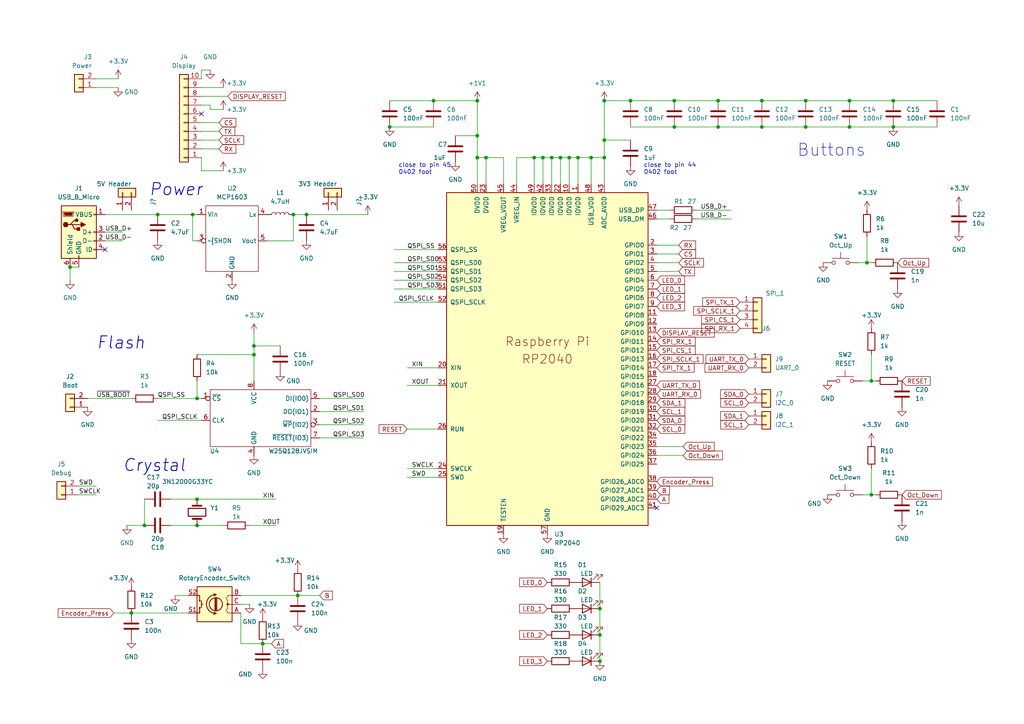
<source format=kicad_sch>
(kicad_sch (version 20211123) (generator eeschema)
  (paper "A4")
  (lib_symbols
    (symbol "Connector:USB_B_Micro" (pin_names (offset 1.016))
      (property "Reference" "J" (at -5.08 11.43 0))
      (property "Value" "USB_B_Micro" (at -5.08 8.89 0))
      (symbol "USB_B_Micro_1_1"
        (pin power_out line (at 7.62 5.08 180) (length 2.54) (name "VBUS") (number "1"))
        (pin bidirectional line (at 7.62 -2.54 180) (length 2.54) (name "D-") (number "2"))
        (pin bidirectional line (at 7.62 0 180) (length 2.54) (name "D+") (number "3"))
        (pin passive line (at 7.62 -5.08 180) (length 2.54) (name "ID") (number "4"))
        (pin power_out line (at 0 -10.16 90) (length 2.54) (name "GND") (number "5"))
        (pin passive line (at -2.54 -10.16 90) (length 2.54) (name "Shield") (number "6"))
      )
    )
    (symbol "Connector_Generic:Conn_01x02" (pin_names (offset 1.016) hide)
      (property "Reference" "J" (at 0 2.54 0))
      (property "Value" "Conn_01x02" (at 0 -5.08 0))
      (symbol "Conn_01x02_1_1"
        (pin passive line (at -5.08 0 0) (length 3.81) (name "Pin_1") (number "1"))
        (pin passive line (at -5.08 -2.54 0) (length 3.81) (name "Pin_2") (number "2"))
      )
    )
    (symbol "Connector_Generic:Conn_01x04" (pin_names (offset 1.016) hide)
      (property "Reference" "J" (at 0 5.08 0))
      (property "Value" "Conn_01x04" (at 0 -7.62 0))
      (symbol "Conn_01x04_1_1"
        (pin passive line (at -5.08 2.54 0) (length 3.81) (name "Pin_1") (number "1"))
        (pin passive line (at -5.08 0 0) (length 3.81) (name "Pin_2") (number "2"))
        (pin passive line (at -5.08 -2.54 0) (length 3.81) (name "Pin_3") (number "3"))
        (pin passive line (at -5.08 -5.08 0) (length 3.81) (name "Pin_4") (number "4"))
      )
    )
    (symbol "Connector_Generic:Conn_01x10" (pin_names (offset 1.016) hide)
      (property "Reference" "J" (at 0 12.7 0))
      (property "Value" "Conn_01x10" (at 0 -15.24 0))
      (symbol "Conn_01x10_1_1"
        (pin passive line (at -5.08 10.16 0) (length 3.81) (name "Pin_1") (number "1"))
        (pin passive line (at -5.08 -12.7 0) (length 3.81) (name "Pin_10") (number "10"))
        (pin passive line (at -5.08 7.62 0) (length 3.81) (name "Pin_2") (number "2"))
        (pin passive line (at -5.08 5.08 0) (length 3.81) (name "Pin_3") (number "3"))
        (pin passive line (at -5.08 2.54 0) (length 3.81) (name "Pin_4") (number "4"))
        (pin passive line (at -5.08 0 0) (length 3.81) (name "Pin_5") (number "5"))
        (pin passive line (at -5.08 -2.54 0) (length 3.81) (name "Pin_6") (number "6"))
        (pin passive line (at -5.08 -5.08 0) (length 3.81) (name "Pin_7") (number "7"))
        (pin passive line (at -5.08 -7.62 0) (length 3.81) (name "Pin_8") (number "8"))
        (pin passive line (at -5.08 -10.16 0) (length 3.81) (name "Pin_9") (number "9"))
      )
    )
    (symbol "Device:C" (pin_numbers hide) (pin_names (offset 0.254))
      (property "Reference" "C" (at 0.635 2.54 0))
      (property "Value" "C" (at 0.635 -2.54 0))
      (symbol "C_1_1"
        (pin passive line (at 0 3.81 270) (length 2.794) (name "~") (number "1"))
        (pin passive line (at 0 -3.81 90) (length 2.794) (name "~") (number "2"))
      )
    )
    (symbol "Device:Crystal" (pin_numbers hide) (pin_names (offset 1.016) hide)
      (property "Reference" "Y" (at 0 3.81 0))
      (property "Value" "Crystal" (at 0 -3.81 0))
      (symbol "Crystal_1_1"
        (pin passive line (at -3.81 0 0) (length 1.27) (name "1") (number "1"))
        (pin passive line (at 3.81 0 180) (length 1.27) (name "2") (number "2"))
      )
    )
    (symbol "Device:L" (pin_numbers hide) (pin_names (offset 1.016) hide)
      (property "Reference" "L" (at -1.27 0 90))
      (property "Value" "L" (at 1.905 0 90))
      (symbol "L_1_1"
        (pin passive line (at 0 3.81 270) (length 1.27) (name "1") (number "1"))
        (pin passive line (at 0 -3.81 90) (length 1.27) (name "2") (number "2"))
      )
    )
    (symbol "Device:LED" (pin_numbers hide) (pin_names (offset 1.016) hide)
      (property "Reference" "D" (at 0 2.54 0))
      (property "Value" "LED" (at 0 -2.54 0))
      (symbol "LED_1_1"
        (pin passive line (at -3.81 0 0) (length 2.54) (name "K") (number "1"))
        (pin passive line (at 3.81 0 180) (length 2.54) (name "A") (number "2"))
      )
    )
    (symbol "Device:R" (pin_numbers hide) (pin_names (offset 0))
      (property "Reference" "R" (at 2.032 0 90))
      (property "Value" "R" (at 0 0 90))
      (symbol "R_1_1"
        (pin passive line (at 0 3.81 270) (length 1.27) (name "~") (number "1"))
        (pin passive line (at 0 -3.81 90) (length 1.27) (name "~") (number "2"))
      )
    )
    (symbol "Device:RotaryEncoder_Switch" (pin_names (offset 0.254) hide)
      (property "Reference" "SW" (at 0 6.604 0))
      (property "Value" "RotaryEncoder_Switch" (at 0 -6.604 0))
      (symbol "RotaryEncoder_Switch_1_1"
        (pin passive line (at -7.62 2.54 0) (length 2.54) (name "A") (number "A"))
        (pin passive line (at -7.62 -2.54 0) (length 2.54) (name "B") (number "B"))
        (pin passive line (at -7.62 0 0) (length 2.54) (name "C") (number "C"))
        (pin passive line (at 7.62 2.54 180) (length 2.54) (name "S1") (number "S1"))
        (pin passive line (at 7.62 -2.54 180) (length 2.54) (name "S2") (number "S2"))
      )
    )
    (symbol "Switch:SW_Push" (pin_numbers hide) (pin_names (offset 1.016) hide)
      (property "Reference" "SW" (at 1.27 2.54 0))
      (property "Value" "SW_Push" (at 0 -1.524 0))
      (symbol "SW_Push_0_1"
        (pin passive line (at -5.08 0 0) (length 2.54) (name "1") (number "1"))
        (pin passive line (at 5.08 0 180) (length 2.54) (name "2") (number "2"))
      )
    )
    (symbol "ece_capstone:MCP1603"
      (property "Reference" "U2" (at 0 15.24 0))
      (property "Value" "MCP1603" (at 0 12.7 0))
      (symbol "MCP1603_1_1"
        (pin input line (at -10.16 7.62 0) (length 2.54) (name "Vin") (number "1"))
        (pin bidirectional line (at 0 -11.43 90) (length 2.54) (name "GND") (number "2"))
        (pin input inverted (at -10.16 0 0) (length 2.54) (name "~{SHDN") (number "3"))
        (pin output line (at 10.16 7.62 180) (length 2.54) (name "Lx") (number "4"))
        (pin output line (at 10.16 0 180) (length 2.54) (name "Vout") (number "5"))
      )
    )
    (symbol "ece_capstone:RP2040" (pin_names (offset 1.016))
      (property "Reference" "U" (at -29.21 49.53 0))
      (property "Value" "RP2040" (at 24.13 -49.53 0))
      (symbol "RP2040_0_0"
        (text "Raspberry Pi" (at 0 5.08 0) (effects (font (size 2.54 2.54))))
        (text "RP2040" (at 0 0 0) (effects (font (size 2.54 2.54))))
      )
      (symbol "RP2040_1_1"
        (pin power_in line (at 8.89 50.8 270) (length 2.54) (name "IOVDD") (number "1"))
        (pin power_in line (at 6.35 50.8 270) (length 2.54) (name "IOVDD") (number "10"))
        (pin bidirectional line (at 31.75 12.7 180) (length 2.54) (name "GPIO8") (number "11"))
        (pin bidirectional line (at 31.75 10.16 180) (length 2.54) (name "GPIO9") (number "12"))
        (pin bidirectional line (at 31.75 7.62 180) (length 2.54) (name "GPIO10") (number "13"))
        (pin bidirectional line (at 31.75 5.08 180) (length 2.54) (name "GPIO11") (number "14"))
        (pin bidirectional line (at 31.75 2.54 180) (length 2.54) (name "GPIO12") (number "15"))
        (pin bidirectional line (at 31.75 0 180) (length 2.54) (name "GPIO13") (number "16"))
        (pin bidirectional line (at 31.75 -2.54 180) (length 2.54) (name "GPIO14") (number "17"))
        (pin bidirectional line (at 31.75 -5.08 180) (length 2.54) (name "GPIO15") (number "18"))
        (pin passive line (at -12.7 -50.8 90) (length 2.54) (name "TESTEN") (number "19"))
        (pin bidirectional line (at 31.75 33.02 180) (length 2.54) (name "GPIO0") (number "2"))
        (pin input line (at -31.75 -2.54 0) (length 2.54) (name "XIN") (number "20"))
        (pin passive line (at -31.75 -7.62 0) (length 2.54) (name "XOUT") (number "21"))
        (pin power_in line (at 3.81 50.8 270) (length 2.54) (name "IOVDD") (number "22"))
        (pin power_in line (at -17.78 50.8 270) (length 2.54) (name "DVDD") (number "23"))
        (pin output line (at -31.75 -31.75 0) (length 2.54) (name "SWCLK") (number "24"))
        (pin bidirectional line (at -31.75 -34.29 0) (length 2.54) (name "SWD") (number "25"))
        (pin input line (at -31.75 -20.32 0) (length 2.54) (name "RUN") (number "26"))
        (pin bidirectional line (at 31.75 -7.62 180) (length 2.54) (name "GPIO16") (number "27"))
        (pin bidirectional line (at 31.75 -10.16 180) (length 2.54) (name "GPIO17") (number "28"))
        (pin bidirectional line (at 31.75 -12.7 180) (length 2.54) (name "GPIO18") (number "29"))
        (pin bidirectional line (at 31.75 30.48 180) (length 2.54) (name "GPIO1") (number "3"))
        (pin bidirectional line (at 31.75 -15.24 180) (length 2.54) (name "GPIO19") (number "30"))
        (pin bidirectional line (at 31.75 -17.78 180) (length 2.54) (name "GPIO20") (number "31"))
        (pin bidirectional line (at 31.75 -20.32 180) (length 2.54) (name "GPIO21") (number "32"))
        (pin power_in line (at 1.27 50.8 270) (length 2.54) (name "IOVDD") (number "33"))
        (pin bidirectional line (at 31.75 -22.86 180) (length 2.54) (name "GPIO22") (number "34"))
        (pin bidirectional line (at 31.75 -25.4 180) (length 2.54) (name "GPIO23") (number "35"))
        (pin bidirectional line (at 31.75 -27.94 180) (length 2.54) (name "GPIO24") (number "36"))
        (pin bidirectional line (at 31.75 -30.48 180) (length 2.54) (name "GPIO25") (number "37"))
        (pin bidirectional line (at 31.75 -35.56 180) (length 2.54) (name "GPIO26_ADC0") (number "38"))
        (pin bidirectional line (at 31.75 -38.1 180) (length 2.54) (name "GPIO27_ADC1") (number "39"))
        (pin bidirectional line (at 31.75 27.94 180) (length 2.54) (name "GPIO2") (number "4"))
        (pin bidirectional line (at 31.75 -40.64 180) (length 2.54) (name "GPIO28_ADC2") (number "40"))
        (pin bidirectional line (at 31.75 -43.18 180) (length 2.54) (name "GPIO29_ADC3") (number "41"))
        (pin power_in line (at -1.27 50.8 270) (length 2.54) (name "IOVDD") (number "42"))
        (pin power_in line (at 16.51 50.8 270) (length 2.54) (name "ADC_AVDD") (number "43"))
        (pin power_in line (at -8.89 50.8 270) (length 2.54) (name "VREG_IN") (number "44"))
        (pin power_out line (at -12.7 50.8 270) (length 2.54) (name "VREG_VOUT") (number "45"))
        (pin bidirectional line (at 31.75 40.64 180) (length 2.54) (name "USB_DM") (number "46"))
        (pin bidirectional line (at 31.75 43.18 180) (length 2.54) (name "USB_DP") (number "47"))
        (pin power_in line (at 12.7 50.8 270) (length 2.54) (name "USB_VDD") (number "48"))
        (pin power_in line (at -3.81 50.8 270) (length 2.54) (name "IOVDD") (number "49"))
        (pin bidirectional line (at 31.75 25.4 180) (length 2.54) (name "GPIO3") (number "5"))
        (pin power_in line (at -20.32 50.8 270) (length 2.54) (name "DVDD") (number "50"))
        (pin bidirectional line (at -31.75 20.32 0) (length 2.54) (name "QSPI_SD3") (number "51"))
        (pin output line (at -31.75 16.51 0) (length 2.54) (name "QSPI_SCLK") (number "52"))
        (pin bidirectional line (at -31.75 27.94 0) (length 2.54) (name "QSPI_SD0") (number "53"))
        (pin bidirectional line (at -31.75 22.86 0) (length 2.54) (name "QSPI_SD2") (number "54"))
        (pin bidirectional line (at -31.75 25.4 0) (length 2.54) (name "QSPI_SD1") (number "55"))
        (pin bidirectional line (at -31.75 31.75 0) (length 2.54) (name "QSPI_SS") (number "56"))
        (pin power_in line (at 0 -50.8 90) (length 2.54) (name "GND") (number "57"))
        (pin bidirectional line (at 31.75 22.86 180) (length 2.54) (name "GPIO4") (number "6"))
        (pin bidirectional line (at 31.75 20.32 180) (length 2.54) (name "GPIO5") (number "7"))
        (pin bidirectional line (at 31.75 17.78 180) (length 2.54) (name "GPIO6") (number "8"))
        (pin bidirectional line (at 31.75 15.24 180) (length 2.54) (name "GPIO7") (number "9"))
      )
    )
    (symbol "ece_capstone:W25Q128JVSIM"
      (property "Reference" "U?" (at 7.62 20.32 0))
      (property "Value" "W25Q128JVSIM" (at 13.97 17.78 0))
      (symbol "W25Q128JVSIM_1_1"
        (pin input inverted (at -15.24 10.16 0) (length 2.54) (name "~{CS}") (number "1"))
        (pin bidirectional line (at 19.05 6.35 180) (length 2.54) (name "DO(IO1)") (number "2"))
        (pin bidirectional inverted (at 19.05 2.54 180) (length 2.54) (name "~{WP}(IO2)") (number "3"))
        (pin power_in line (at 0 -6.35 90) (length 2.54) (name "GND") (number "4"))
        (pin bidirectional line (at 19.05 10.16 180) (length 2.54) (name "DI(IO0)") (number "5"))
        (pin input line (at -15.24 3.81 0) (length 2.54) (name "CLK") (number "6"))
        (pin bidirectional line (at 19.05 -1.27 180) (length 2.54) (name "~{RESET}(IO3)") (number "7"))
        (pin power_in line (at 0 15.24 270) (length 2.54) (name "VCC") (number "8"))
      )
    )
    (symbol "power:+1V1" (power) (pin_names (offset 0))
      (property "Value" "+1V1" (at 0 3.556 0))
      (symbol "+1V1_1_1"
        (pin power_in line (at 0 0 90) (length 0) hide (name "+1V1") (number "1"))
      )
    )
    (symbol "power:+3.3V" (power) (pin_names (offset 0))
      (property "Value" "+3.3V" (at 0 3.556 0))
      (symbol "+3.3V_1_1"
        (pin power_in line (at 0 0 90) (length 0) hide (name "+3.3V") (number "1"))
      )
    )
    (symbol "power:GND" (power) (pin_names (offset 0))
      (property "Value" "GND" (at 0 -3.81 0))
      (symbol "GND_1_1"
        (pin power_in line (at 0 0 270) (length 0) hide (name "GND") (number "1"))
      )
    )
  )
  (junction (at 140.97 45.72))
  (junction (at 251.46 76.2))
  (junction (at 57.15 115.57))
  (junction (at 195.58 29.21))
  (junction (at 233.68 29.21))
  (junction (at 171.45 45.72))
  (junction (at 182.88 29.21))
  (junction (at 113.03 36.83))
  (junction (at 259.08 36.83))
  (junction (at 165.1 45.72))
  (junction (at 57.15 144.78))
  (junction (at 259.08 29.21))
  (junction (at 41.91 152.4))
  (junction (at 138.43 45.72))
  (junction (at 167.64 45.72))
  (junction (at 220.98 36.83))
  (junction (at 157.48 45.72))
  (junction (at 86.36 172.72))
  (junction (at 20.32 77.47))
  (junction (at 76.2 186.69))
  (junction (at 160.02 45.72))
  (junction (at 252.73 143.51))
  (junction (at 252.73 110.49))
  (junction (at 57.15 152.4))
  (junction (at 246.38 29.21))
  (junction (at 125.73 29.21))
  (junction (at 138.43 39.37))
  (junction (at 175.26 29.21))
  (junction (at 88.9 62.23))
  (junction (at 246.38 36.83))
  (junction (at 195.58 36.83))
  (junction (at 208.28 36.83))
  (junction (at 55.88 62.23))
  (junction (at 73.66 102.87))
  (junction (at 73.66 100.33))
  (junction (at 38.1 177.8))
  (junction (at 220.98 29.21))
  (junction (at 175.26 40.64))
  (junction (at 173.99 191.77))
  (junction (at 45.72 62.23))
  (junction (at 85.09 62.23))
  (junction (at 233.68 36.83))
  (junction (at 173.99 176.53))
  (junction (at 208.28 29.21))
  (junction (at 173.99 184.15))
  (junction (at 138.43 29.21))
  (junction (at 154.94 45.72))
  (junction (at 162.56 45.72))
  (junction (at 175.26 45.72))
  (no_connect (at 30.48 72.39))
  (no_connect (at 58.42 33.02))
  (no_connect (at 190.5 147.32))
  (wire (pts (xy 149.86 53.34) (xy 149.86 45.72)))
  (wire (pts (xy 208.28 29.21) (xy 220.98 29.21)))
  (wire (pts (xy 50.8 172.72) (xy 54.61 172.72)))
  (wire (pts (xy 125.73 29.21) (xy 138.43 29.21)))
  (wire (pts (xy 254 110.49) (xy 252.73 110.49)))
  (wire (pts (xy 165.1 45.72) (xy 165.1 53.34)))
  (wire (pts (xy 259.08 29.21) (xy 271.78 29.21)))
  (wire (pts (xy 157.48 45.72) (xy 157.48 53.34)))
  (wire (pts (xy 45.72 62.23) (xy 55.88 62.23)))
  (wire (pts (xy 34.29 22.86) (xy 27.94 22.86)))
  (wire (pts (xy 57.15 144.78) (xy 80.01 144.78)))
  (wire (pts (xy 63.5 43.18) (xy 58.42 43.18)))
  (wire (pts (xy 171.45 45.72) (xy 171.45 53.34)))
  (wire (pts (xy 58.42 25.4) (xy 64.77 25.4)))
  (wire (pts (xy 138.43 29.21) (xy 138.43 39.37)))
  (wire (pts (xy 92.71 119.38) (xy 105.41 119.38)))
  (wire (pts (xy 88.9 62.23) (xy 106.68 62.23)))
  (wire (pts (xy 86.36 172.72) (xy 92.71 172.72)))
  (wire (pts (xy 45.72 115.57) (xy 57.15 115.57)))
  (wire (pts (xy 196.85 73.66) (xy 190.5 73.66)))
  (wire (pts (xy 154.94 45.72) (xy 157.48 45.72)))
  (wire (pts (xy 160.02 45.72) (xy 160.02 53.34)))
  (wire (pts (xy 182.88 29.21) (xy 195.58 29.21)))
  (wire (pts (xy 118.11 124.46) (xy 127 124.46)))
  (wire (pts (xy 49.53 144.78) (xy 57.15 144.78)))
  (wire (pts (xy 118.11 111.76) (xy 127 111.76)))
  (wire (pts (xy 118.11 138.43) (xy 127 138.43)))
  (wire (pts (xy 138.43 45.72) (xy 138.43 53.34)))
  (wire (pts (xy 113.03 29.21) (xy 125.73 29.21)))
  (wire (pts (xy 69.85 177.8) (xy 69.85 186.69)))
  (wire (pts (xy 55.88 62.23) (xy 57.15 62.23)))
  (wire (pts (xy 233.68 36.83) (xy 246.38 36.83)))
  (wire (pts (xy 175.26 29.21) (xy 175.26 40.64)))
  (wire (pts (xy 252.73 102.87) (xy 252.73 110.49)))
  (wire (pts (xy 195.58 29.21) (xy 208.28 29.21)))
  (wire (pts (xy 138.43 45.72) (xy 140.97 45.72)))
  (wire (pts (xy 196.85 78.74) (xy 190.5 78.74)))
  (wire (pts (xy 201.93 60.96) (xy 212.09 60.96)))
  (wire (pts (xy 64.77 31.75) (xy 60.96 31.75)))
  (wire (pts (xy 55.88 69.85) (xy 57.15 69.85)))
  (wire (pts (xy 190.5 63.5) (xy 194.31 63.5)))
  (wire (pts (xy 165.1 45.72) (xy 167.64 45.72)))
  (wire (pts (xy 171.45 45.72) (xy 175.26 45.72)))
  (wire (pts (xy 252.73 135.89) (xy 252.73 143.51)))
  (wire (pts (xy 251.46 68.58) (xy 251.46 76.2)))
  (wire (pts (xy 58.42 40.64) (xy 63.5 40.64)))
  (wire (pts (xy 57.15 115.57) (xy 58.42 115.57)))
  (wire (pts (xy 167.64 45.72) (xy 167.64 53.34)))
  (wire (pts (xy 140.97 45.72) (xy 146.05 45.72)))
  (wire (pts (xy 220.98 36.83) (xy 233.68 36.83)))
  (wire (pts (xy 49.53 152.4) (xy 57.15 152.4)))
  (wire (pts (xy 30.48 67.31) (xy 35.56 67.31)))
  (wire (pts (xy 38.1 177.8) (xy 54.61 177.8)))
  (wire (pts (xy 114.3 83.82) (xy 127 83.82)))
  (wire (pts (xy 246.38 36.83) (xy 259.08 36.83)))
  (wire (pts (xy 175.26 40.64) (xy 182.88 40.64)))
  (wire (pts (xy 254 143.51) (xy 252.73 143.51)))
  (wire (pts (xy 92.71 123.19) (xy 105.41 123.19)))
  (wire (pts (xy 25.4 115.57) (xy 38.1 115.57)))
  (wire (pts (xy 201.93 63.5) (xy 212.09 63.5)))
  (wire (pts (xy 149.86 45.72) (xy 154.94 45.72)))
  (wire (pts (xy 76.2 186.69) (xy 78.74 186.69)))
  (wire (pts (xy 58.42 20.32) (xy 60.96 20.32)))
  (wire (pts (xy 114.3 87.63) (xy 127 87.63)))
  (wire (pts (xy 30.48 62.23) (xy 45.72 62.23)))
  (wire (pts (xy 140.97 45.72) (xy 140.97 53.34)))
  (wire (pts (xy 57.15 110.49) (xy 57.15 115.57)))
  (wire (pts (xy 190.5 60.96) (xy 194.31 60.96)))
  (wire (pts (xy 146.05 53.34) (xy 146.05 45.72)))
  (wire (pts (xy 114.3 72.39) (xy 127 72.39)))
  (wire (pts (xy 167.64 45.72) (xy 171.45 45.72)))
  (wire (pts (xy 72.39 152.4) (xy 80.01 152.4)))
  (wire (pts (xy 58.42 22.86) (xy 58.42 20.32)))
  (wire (pts (xy 118.11 135.89) (xy 127 135.89)))
  (wire (pts (xy 182.88 36.83) (xy 195.58 36.83)))
  (wire (pts (xy 114.3 78.74) (xy 127 78.74)))
  (wire (pts (xy 114.3 76.2) (xy 127 76.2)))
  (wire (pts (xy 173.99 176.53) (xy 173.99 184.15)))
  (wire (pts (xy 73.66 100.33) (xy 81.28 100.33)))
  (wire (pts (xy 73.66 102.87) (xy 73.66 110.49)))
  (wire (pts (xy 20.32 77.47) (xy 20.32 81.28)))
  (wire (pts (xy 45.72 121.92) (xy 58.42 121.92)))
  (wire (pts (xy 190.5 129.54) (xy 198.12 129.54)))
  (wire (pts (xy 69.85 175.26) (xy 72.39 175.26)))
  (wire (pts (xy 162.56 45.72) (xy 165.1 45.72)))
  (wire (pts (xy 251.46 76.2) (xy 248.92 76.2)))
  (wire (pts (xy 85.09 62.23) (xy 88.9 62.23)))
  (wire (pts (xy 22.86 140.97) (xy 27.94 140.97)))
  (wire (pts (xy 157.48 45.72) (xy 160.02 45.72)))
  (wire (pts (xy 22.86 143.51) (xy 27.94 143.51)))
  (wire (pts (xy 132.08 39.37) (xy 138.43 39.37)))
  (wire (pts (xy 57.15 102.87) (xy 73.66 102.87)))
  (wire (pts (xy 160.02 45.72) (xy 162.56 45.72)))
  (wire (pts (xy 175.26 45.72) (xy 175.26 53.34)))
  (wire (pts (xy 34.29 25.4) (xy 27.94 25.4)))
  (wire (pts (xy 57.15 152.4) (xy 64.77 152.4)))
  (wire (pts (xy 55.88 62.23) (xy 55.88 69.85)))
  (wire (pts (xy 92.71 127) (xy 105.41 127)))
  (wire (pts (xy 85.09 69.85) (xy 77.47 69.85)))
  (wire (pts (xy 182.88 29.21) (xy 175.26 29.21)))
  (wire (pts (xy 73.66 100.33) (xy 73.66 102.87)))
  (wire (pts (xy 85.09 62.23) (xy 85.09 69.85)))
  (wire (pts (xy 220.98 29.21) (xy 233.68 29.21)))
  (wire (pts (xy 60.96 30.48) (xy 58.42 30.48)))
  (wire (pts (xy 246.38 29.21) (xy 259.08 29.21)))
  (wire (pts (xy 196.85 76.2) (xy 190.5 76.2)))
  (wire (pts (xy 252.73 110.49) (xy 250.19 110.49)))
  (wire (pts (xy 73.66 96.52) (xy 73.66 100.33)))
  (wire (pts (xy 36.83 152.4) (xy 41.91 152.4)))
  (wire (pts (xy 41.91 144.78) (xy 41.91 152.4)))
  (wire (pts (xy 58.42 45.72) (xy 58.42 49.53)))
  (wire (pts (xy 252.73 143.51) (xy 250.19 143.51)))
  (wire (pts (xy 190.5 132.08) (xy 198.12 132.08)))
  (wire (pts (xy 58.42 49.53) (xy 64.77 49.53)))
  (wire (pts (xy 114.3 81.28) (xy 127 81.28)))
  (wire (pts (xy 113.03 36.83) (xy 125.73 36.83)))
  (wire (pts (xy 196.85 71.12) (xy 190.5 71.12)))
  (wire (pts (xy 30.48 69.85) (xy 35.56 69.85)))
  (wire (pts (xy 118.11 106.68) (xy 127 106.68)))
  (wire (pts (xy 33.02 177.8) (xy 38.1 177.8)))
  (wire (pts (xy 208.28 36.83) (xy 220.98 36.83)))
  (wire (pts (xy 58.42 27.94) (xy 66.04 27.94)))
  (wire (pts (xy 154.94 45.72) (xy 154.94 53.34)))
  (wire (pts (xy 69.85 172.72) (xy 86.36 172.72)))
  (wire (pts (xy 58.42 38.1) (xy 63.5 38.1)))
  (wire (pts (xy 92.71 115.57) (xy 105.41 115.57)))
  (wire (pts (xy 58.42 35.56) (xy 63.5 35.56)))
  (wire (pts (xy 60.96 31.75) (xy 60.96 30.48)))
  (wire (pts (xy 173.99 168.91) (xy 173.99 176.53)))
  (wire (pts (xy 138.43 45.72) (xy 138.43 39.37)))
  (wire (pts (xy 162.56 45.72) (xy 162.56 53.34)))
  (wire (pts (xy 252.73 76.2) (xy 251.46 76.2)))
  (wire (pts (xy 259.08 36.83) (xy 271.78 36.83)))
  (wire (pts (xy 20.32 77.47) (xy 22.86 77.47)))
  (wire (pts (xy 195.58 36.83) (xy 208.28 36.83)))
  (wire (pts (xy 69.85 186.69) (xy 76.2 186.69)))
  (wire (pts (xy 173.99 184.15) (xy 173.99 191.77)))
  (wire (pts (xy 233.68 29.21) (xy 246.38 29.21)))
  (wire (pts (xy 175.26 40.64) (xy 175.26 45.72)))
  (text "Power" (at 43.18 57.15 0) (effects (font (size 3.5 3.5) (thickness 0.254) bold italic) (justify left bottom)))
  (text "Buttons" (at 231.14 45.72 0) (effects (font (size 3.5 3.5)) (justify left bottom)))
  (text "Flash" (at 27.94 101.6 0) (effects (font (size 3.5 3.5) (thickness 0.254) bold italic) (justify left bottom)))
  (text "Crystal" (at 35.56 137.16 0) (effects (font (size 3.5 3.5) (thickness 0.254) bold italic) (justify left bottom)))
  (text "close to pin 44\n0402 foot" (at 186.69 50.8 0) (effects (font (size 1.27 1.27)) (justify left bottom)))
  (text "close to pin 45\n0402 foot" (at 115.57 50.8 0) (effects (font (size 1.27 1.27)) (justify left bottom)))
  (label "USB_D-" (at 203.2 63.5 0))
  (label "USB_D-" (at 30.48 69.85 0))
  (label "QSPI_SD3" (at 118.11 83.82 0))
  (label "XIN" (at 119.38 106.68 0))
  (label "QSPI_SCLK" (at 115.57 87.63 0))
  (label "SWD" (at 22.86 140.97 0))
  (label "USB_D+" (at 203.2 60.96 0))
  (label "QSPI_SS" (at 118.11 72.39 0))
  (label "QSPI_SD0" (at 118.11 76.2 0))
  (label "SWCLK" (at 22.86 143.51 0))
  (label "QSPI_SD3" (at 96.52 127 0))
  (label "QSPI_SD1" (at 118.11 78.74 0))
  (label "SWCLK" (at 119.38 135.89 0))
  (label "QSPI_SCLK" (at 46.99 121.92 0))
  (label "USB_D+" (at 30.48 67.31 0))
  (label "XOUT" (at 119.38 111.76 0))
  (label "~{USB_BOOT}" (at 27.94 115.57 0))
  (label "QSPI_SD2" (at 118.11 81.28 0))
  (label "QSPI_SD0" (at 96.52 115.57 0))
  (label "XIN" (at 76.2 144.78 0))
  (label "XOUT" (at 76.2 152.4 0))
  (label "SWD" (at 119.38 138.43 0))
  (label "QSPI_SD2" (at 96.52 123.19 0))
  (label "QSPI_SS" (at 45.72 115.57 0))
  (label "QSPI_SD1" (at 96.52 119.38 0))
  (global_label "RESET" (shape input) (at 118.11 124.46 180) (property "Intersheet References" "${INTERSHEET_REFS}" (effects hide)))
  (global_label "LED_0" (shape input) (at 190.5 81.28 0) (property "Intersheet References" "${INTERSHEET_REFS}" (effects hide)))
  (global_label "SCL_0" (shape input) (at 190.5 124.46 0) (property "Intersheet References" "${INTERSHEET_REFS}" (effects hide)))
  (global_label "Oct_Up" (shape input) (at 198.12 129.54 0) (property "Intersheet References" "${INTERSHEET_REFS}" (effects hide)))
  (global_label "SPI_SCLK_1" (shape input) (at 214.63 90.17 180) (property "Intersheet References" "${INTERSHEET_REFS}" (effects hide)))
  (global_label "LED_2" (shape input) (at 190.5 86.36 0) (property "Intersheet References" "${INTERSHEET_REFS}" (effects hide)))
  (global_label "LED_2" (shape input) (at 158.75 184.15 180) (property "Intersheet References" "${INTERSHEET_REFS}" (effects hide)))
  (global_label "Encoder_Press" (shape input) (at 190.5 139.7 0) (property "Intersheet References" "${INTERSHEET_REFS}" (effects hide)))
  (global_label "SCL_1" (shape input) (at 190.5 119.38 0) (property "Intersheet References" "${INTERSHEET_REFS}" (effects hide)))
  (global_label "Oct_Up" (shape input) (at 260.35 76.2 0) (property "Intersheet References" "${INTERSHEET_REFS}" (effects hide)))
  (global_label "SPI_CS_1" (shape input) (at 214.63 92.71 180) (property "Intersheet References" "${INTERSHEET_REFS}" (effects hide)))
  (global_label "RX" (shape input) (at 63.5 43.18 0) (property "Intersheet References" "${INTERSHEET_REFS}" (effects hide)))
  (global_label "LED_3" (shape input) (at 158.75 191.77 180) (property "Intersheet References" "${INTERSHEET_REFS}" (effects hide)))
  (global_label "SCL_0" (shape input) (at 217.17 116.84 180) (property "Intersheet References" "${INTERSHEET_REFS}" (effects hide)))
  (global_label "CS" (shape input) (at 196.85 73.66 0) (property "Intersheet References" "${INTERSHEET_REFS}" (effects hide)))
  (global_label "SPI_SCLK_1" (shape input) (at 190.5 104.14 0) (property "Intersheet References" "${INTERSHEET_REFS}" (effects hide)))
  (global_label "LED_1" (shape input) (at 158.75 176.53 180) (property "Intersheet References" "${INTERSHEET_REFS}" (effects hide)))
  (global_label "RESET" (shape input) (at 261.62 110.49 0) (property "Intersheet References" "${INTERSHEET_REFS}" (effects hide)))
  (global_label "SCL_1" (shape input) (at 217.17 123.19 180) (property "Intersheet References" "${INTERSHEET_REFS}" (effects hide)))
  (global_label "Oct_Down" (shape input) (at 261.62 143.51 0) (property "Intersheet References" "${INTERSHEET_REFS}" (effects hide)))
  (global_label "SDA_1" (shape input) (at 217.17 120.65 180) (property "Intersheet References" "${INTERSHEET_REFS}" (effects hide)))
  (global_label "SCLK" (shape input) (at 196.85 76.2 0) (property "Intersheet References" "${INTERSHEET_REFS}" (effects hide)))
  (global_label "SPI_CS_1" (shape input) (at 190.5 101.6 0) (property "Intersheet References" "${INTERSHEET_REFS}" (effects hide)))
  (global_label "DISPLAY_RESET" (shape input) (at 190.5 96.52 0) (property "Intersheet References" "${INTERSHEET_REFS}" (effects hide)))
  (global_label "SDA_0" (shape input) (at 190.5 121.92 0) (property "Intersheet References" "${INTERSHEET_REFS}" (effects hide)))
  (global_label "DISPLAY_RESET" (shape input) (at 66.04 27.94 0) (property "Intersheet References" "${INTERSHEET_REFS}" (effects hide)))
  (global_label "A" (shape input) (at 78.74 186.69 0) (property "Intersheet References" "${INTERSHEET_REFS}" (effects hide)))
  (global_label "Encoder_Press" (shape input) (at 33.02 177.8 180) (property "Intersheet References" "${INTERSHEET_REFS}" (effects hide)))
  (global_label "UART_RX_0" (shape input) (at 190.5 114.3 0) (property "Intersheet References" "${INTERSHEET_REFS}" (effects hide)))
  (global_label "TX" (shape input) (at 63.5 38.1 0) (property "Intersheet References" "${INTERSHEET_REFS}" (effects hide)))
  (global_label "SCLK" (shape input) (at 63.5 40.64 0) (property "Intersheet References" "${INTERSHEET_REFS}" (effects hide)))
  (global_label "B" (shape input) (at 92.71 172.72 0) (property "Intersheet References" "${INTERSHEET_REFS}" (effects hide)))
  (global_label "UART_TX_0" (shape input) (at 217.17 104.14 180) (property "Intersheet References" "${INTERSHEET_REFS}" (effects hide)))
  (global_label "UART_RX_0" (shape input) (at 217.17 106.68 180) (property "Intersheet References" "${INTERSHEET_REFS}" (effects hide)))
  (global_label "SDA_0" (shape input) (at 217.17 114.3 180) (property "Intersheet References" "${INTERSHEET_REFS}" (effects hide)))
  (global_label "SPI_TX_1" (shape input) (at 214.63 87.63 180) (property "Intersheet References" "${INTERSHEET_REFS}" (effects hide)))
  (global_label "TX" (shape input) (at 196.85 78.74 0) (property "Intersheet References" "${INTERSHEET_REFS}" (effects hide)))
  (global_label "A" (shape input) (at 190.5 144.78 0) (property "Intersheet References" "${INTERSHEET_REFS}" (effects hide)))
  (global_label "B" (shape input) (at 190.5 142.24 0) (property "Intersheet References" "${INTERSHEET_REFS}" (effects hide)))
  (global_label "SDA_1" (shape input) (at 190.5 116.84 0) (property "Intersheet References" "${INTERSHEET_REFS}" (effects hide)))
  (global_label "SPI_TX_1" (shape input) (at 190.5 106.68 0) (property "Intersheet References" "${INTERSHEET_REFS}" (effects hide)))
  (global_label "CS" (shape input) (at 63.5 35.56 0) (property "Intersheet References" "${INTERSHEET_REFS}" (effects hide)))
  (global_label "Oct_Down" (shape input) (at 198.12 132.08 0) (property "Intersheet References" "${INTERSHEET_REFS}" (effects hide)))
  (global_label "LED_1" (shape input) (at 190.5 83.82 0) (property "Intersheet References" "${INTERSHEET_REFS}" (effects hide)))
  (global_label "UART_TX_0" (shape input) (at 190.5 111.76 0) (property "Intersheet References" "${INTERSHEET_REFS}" (effects hide)))
  (global_label "LED_3" (shape input) (at 190.5 88.9 0) (property "Intersheet References" "${INTERSHEET_REFS}" (effects hide)))
  (global_label "LED_0" (shape input) (at 158.75 168.91 180) (property "Intersheet References" "${INTERSHEET_REFS}" (effects hide)))
  (global_label "SPI_RX_1" (shape input) (at 214.63 95.25 180) (property "Intersheet References" "${INTERSHEET_REFS}" (effects hide)))
  (global_label "SPI_RX_1" (shape input) (at 190.5 99.06 0) (property "Intersheet References" "${INTERSHEET_REFS}" (effects hide)))
  (global_label "RX" (shape input) (at 196.85 71.12 0) (property "Intersheet References" "${INTERSHEET_REFS}" (effects hide)))
  (symbol (lib_id "power:GND") (at 132.08 46.99 0) (unit 1)
    (property "Reference" "#PWR013" (effects hide))
    (property "Value" "GND" (at 132.08 52.07 0))
  )
  (symbol (lib_id "Device:R") (at 252.73 132.08 0) (unit 1)
    (property "Reference" "R10" (at 255.27 130.8099 0) (effects (justify left)))
    (property "Value" "1k" (at 255.27 133.3499 0) (effects (justify left)))
    (property "Footprint" "Resistor_SMD:R_0603_1608Metric" (effects hide))
  )
  (symbol (lib_id "power:GND") (at 158.75 154.94 0) (unit 1)
    (property "Reference" "#PWR016" (effects hide))
    (property "Value" "GND" (at 158.75 160.02 0))
  )
  (symbol (lib_id "Device:RotaryEncoder_Switch") (at 62.23 175.26 180) (unit 1)
    (property "Reference" "SW4" (at 62.23 165.1 0))
    (property "Value" "RotaryEncoder_Switch" (at 62.23 167.64 0))
    (property "Footprint" "Rotary_Encoder:RotaryEncoder_Alps_EC11E-Switch_Vertical_H20mm" (effects hide))
  )
  (symbol (lib_id "power:+3.3V") (at 252.73 95.25 0) (unit 1)
    (property "Reference" "#PWR027" (effects hide))
    (property "Value" "+3.3V" (at 252.73 91.44 0))
  )
  (symbol (lib_id "power:GND") (at 261.62 151.13 0) (unit 1)
    (property "Reference" "#PWR032" (effects hide))
    (property "Value" "GND" (at 261.62 156.21 0))
  )
  (symbol (lib_id "Device:LED") (at 170.18 191.77 180) (unit 1)
    (property "Reference" "D4" (at 168.91 186.69 0))
    (property "Value" "LED" (at 170.18 189.23 0))
    (property "Footprint" "LED_SMD:LED_0603_1608Metric" (effects hide))
  )
  (symbol (lib_id "Device:R") (at 251.46 64.77 0) (unit 1)
    (property "Reference" "R6" (at 254 63.4999 0) (effects (justify left)))
    (property "Value" "1k" (at 254 66.0399 0) (effects (justify left)))
    (property "Footprint" "Resistor_SMD:R_0603_1608Metric" (effects hide))
  )
  (symbol (lib_id "power:GND") (at 34.29 25.4 0) (unit 1)
    (property "Reference" "#PWR0102" (effects hide))
    (property "Value" "GND" (at 38.1 26.67 0))
  )
  (symbol (lib_id "Device:C") (at 45.72 144.78 90) (unit 1)
    (property "Reference" "C17" (at 44.45 138.43 90))
    (property "Value" "20p" (at 44.45 140.97 90))
    (property "Footprint" "Capacitor_SMD:C_0603_1608Metric" (effects hide))
  )
  (symbol (lib_id "Device:C") (at 45.72 152.4 90) (unit 1)
    (property "Reference" "C18" (at 45.72 158.75 90))
    (property "Value" "20p" (at 45.72 156.21 90))
    (property "Footprint" "Capacitor_SMD:C_0603_1608Metric" (effects hide))
  )
  (symbol (lib_id "Device:R") (at 198.12 60.96 90) (unit 1)
    (property "Reference" "R1" (at 196.85 58.42 90))
    (property "Value" "27" (at 200.66 58.42 90))
    (property "Footprint" "Resistor_SMD:R_0402_1005Metric" (effects hide))
  )
  (symbol (lib_id "power:GND") (at 36.83 152.4 0) (unit 1)
    (property "Reference" "#PWR023" (effects hide))
    (property "Value" "GND" (at 36.83 157.48 0))
  )
  (symbol (lib_id "power:+3.3V") (at 175.26 29.21 0) (unit 1)
    (property "Reference" "#PWR017" (effects hide))
    (property "Value" "+3.3V" (at 175.26 24.13 0))
  )
  (symbol (lib_id "power:+3.3V") (at 252.73 128.27 0) (unit 1)
    (property "Reference" "#PWR031" (effects hide))
    (property "Value" "+3.3V" (at 252.73 123.19 0))
  )
  (symbol (lib_id "power:+1V1") (at 138.43 29.21 0) (unit 1)
    (property "Reference" "#PWR014" (effects hide))
    (property "Value" "+1V1" (at 138.43 24.13 0))
  )
  (symbol (lib_id "power:GND") (at 86.36 180.34 0) (unit 1)
    (property "Reference" "#PWR0105" (effects hide))
    (property "Value" "GND" (at 90.17 182.88 0))
  )
  (symbol (lib_id "ece_capstone:RP2040") (at 158.75 104.14 0) (unit 1)
    (property "Reference" "U3" (at 160.7694 154.94 0) (effects (justify left)))
    (property "Value" "RP2040" (at 160.7694 157.48 0) (effects (justify left)))
    (property "Footprint" "RP2040_minimal:RP2040-QFN-56" (effects hide))
  )
  (symbol (lib_id "power:+3.3V") (at 76.2 179.07 0) (unit 1)
    (property "Reference" "#PWR0109" (effects hide))
    (property "Value" "+3.3V" (at 77.47 175.26 0))
  )
  (symbol (lib_id "Device:C") (at 182.88 33.02 0) (unit 1)
    (property "Reference" "C8" (at 186.69 31.7499 0) (effects (justify left)))
    (property "Value" "100nF" (at 186.69 34.2899 0) (effects (justify left)))
    (property "Footprint" "Capacitor_SMD:C_0402_1005Metric" (effects hide))
  )
  (symbol (lib_id "Device:C") (at 45.72 66.04 0) (unit 1)
    (property "Reference" "C2" (at 49.53 64.7699 0) (effects (justify left)))
    (property "Value" "4.7uF" (at 49.53 67.3099 0) (effects (justify left)))
    (property "Footprint" "Capacitor_SMD:C_0603_1608Metric" (effects hide))
  )
  (symbol (lib_id "Device:C") (at 38.1 181.61 0) (unit 1)
    (property "Reference" "C3" (at 41.91 180.3399 0) (effects (justify left)))
    (property "Value" "100n" (at 41.91 182.8799 0) (effects (justify left)))
    (property "Footprint" "Capacitor_SMD:C_0603_1608Metric" (effects hide))
  )
  (symbol (lib_id "power:GND") (at 113.03 36.83 0) (unit 1)
    (property "Reference" "#PWR012" (effects hide))
    (property "Value" "GND" (at 113.03 41.91 0))
  )
  (symbol (lib_id "power:+3.3V") (at 278.13 59.69 0) (unit 1)
    (property "Reference" "#PWR033" (effects hide))
    (property "Value" "+3.3V" (at 278.13 54.61 0))
  )
  (symbol (lib_id "power:GND") (at 20.32 81.28 0) (unit 1)
    (property "Reference" "#PWR01" (effects hide))
    (property "Value" "GND" (at 20.32 86.36 0))
  )
  (symbol (lib_id "Device:C") (at 246.38 33.02 0) (unit 1)
    (property "Reference" "C14" (at 250.19 31.7499 0) (effects (justify left)))
    (property "Value" "100nF" (at 250.19 34.2899 0) (effects (justify left)))
    (property "Footprint" "Capacitor_SMD:C_0402_1005Metric" (effects hide))
  )
  (symbol (lib_id "Device:C") (at 208.28 33.02 0) (unit 1)
    (property "Reference" "C11" (at 212.09 31.7499 0) (effects (justify left)))
    (property "Value" "100nF" (at 212.09 34.2899 0) (effects (justify left)))
    (property "Footprint" "Capacitor_SMD:C_0402_1005Metric" (effects hide))
  )
  (symbol (lib_id "Device:C") (at 195.58 33.02 0) (unit 1)
    (property "Reference" "C10" (at 199.39 31.7499 0) (effects (justify left)))
    (property "Value" "100nF" (at 199.39 34.2899 0) (effects (justify left)))
    (property "Footprint" "Capacitor_SMD:C_0402_1005Metric" (effects hide))
  )
  (symbol (lib_id "power:GND") (at 45.72 69.85 0) (unit 1)
    (property "Reference" "#PWR05" (effects hide))
    (property "Value" "GND" (at 45.72 74.93 0))
  )
  (symbol (lib_id "Switch:SW_Push") (at 245.11 143.51 0) (unit 1)
    (property "Reference" "SW3" (at 245.11 135.89 0))
    (property "Value" "Oct_Down" (at 245.11 138.43 0))
    (property "Footprint" "Button_Switch_THT:SW_PUSH_6mm" (effects hide))
  )
  (symbol (lib_id "Connector_Generic:Conn_01x02") (at 22.86 25.4 180) (unit 1)
    (property "Reference" "J3" (at 26.67 16.51 0) (effects (justify left)))
    (property "Value" "Power" (at 26.67 19.05 0) (effects (justify left)))
    (property "Footprint" "Connector_PinHeader_2.54mm:PinHeader_1x02_P2.54mm_Horizontal" (effects hide))
  )
  (symbol (lib_id "Device:C") (at 125.73 33.02 0) (unit 1)
    (property "Reference" "C6" (at 129.54 31.7499 0) (effects (justify left)))
    (property "Value" "100nF" (at 129.54 34.2899 0) (effects (justify left)))
    (property "Footprint" "Capacitor_SMD:C_0402_1005Metric" (effects hide))
  )
  (symbol (lib_id "power:GND") (at 38.1 185.42 0) (unit 1)
    (property "Reference" "#PWR0110" (effects hide))
    (property "Value" "GND" (at 38.1 190.5 0))
  )
  (symbol (lib_id "power:+3.3V") (at 73.66 96.52 0) (unit 1)
    (property "Reference" "#PWR020" (effects hide))
    (property "Value" "+3.3V" (at 73.66 91.44 0))
  )
  (symbol (lib_id "Device:R") (at 256.54 76.2 90) (unit 1)
    (property "Reference" "R8" (at 256.54 69.85 90))
    (property "Value" "1k" (at 256.54 72.39 90))
    (property "Footprint" "Resistor_SMD:R_0603_1608Metric" (effects hide))
  )
  (symbol (lib_id "power:GND") (at 67.31 81.28 0) (unit 1)
    (property "Reference" "#PWR08" (effects hide))
    (property "Value" "GND" (at 67.31 86.36 0))
  )
  (symbol (lib_id "power:+3.3V") (at 64.77 49.53 0) (unit 1)
    (property "Reference" "#PWR07" (effects hide))
    (property "Value" "+3.3V" (at 68.58 49.53 0))
  )
  (symbol (lib_id "Device:C") (at 132.08 43.18 0) (unit 1)
    (property "Reference" "C7" (at 127 41.91 0) (effects (justify left)))
    (property "Value" "1uF" (at 125.73 45.72 0) (effects (justify left)))
    (property "Footprint" "Capacitor_SMD:C_0402_1005Metric" (effects hide))
  )
  (symbol (lib_id "power:GND") (at 76.2 194.31 0) (unit 1)
    (property "Reference" "#PWR0108" (effects hide))
    (property "Value" "GND" (at 71.12 195.58 0))
  )
  (symbol (lib_id "Device:C") (at 113.03 33.02 0) (unit 1)
    (property "Reference" "C5" (at 116.84 31.7499 0) (effects (justify left)))
    (property "Value" "100nF" (at 116.84 34.2899 0) (effects (justify left)))
    (property "Footprint" "Capacitor_SMD:C_0402_1005Metric" (effects hide))
  )
  (symbol (lib_id "Connector_Generic:Conn_01x02") (at 222.25 114.3 0) (unit 1)
    (property "Reference" "J7" (at 224.79 114.2999 0) (effects (justify left)))
    (property "Value" "I2C_0" (at 224.79 116.8399 0) (effects (justify left)))
    (property "Footprint" "Connector_PinHeader_2.54mm:PinHeader_1x02_P2.54mm_Vertical" (effects hide))
  )
  (symbol (lib_id "Device:R") (at 162.56 176.53 90) (unit 1)
    (property "Reference" "R16" (at 162.56 171.45 90))
    (property "Value" "330" (at 162.56 173.99 90))
    (property "Footprint" "Resistor_SMD:R_0603_1608Metric" (effects hide))
  )
  (symbol (lib_id "Device:R") (at 198.12 63.5 90) (unit 1)
    (property "Reference" "R2" (at 195.58 66.04 90))
    (property "Value" "27" (at 199.39 66.04 90))
    (property "Footprint" "Resistor_SMD:R_0402_1005Metric" (effects hide))
  )
  (symbol (lib_id "power:+3.3V") (at 38.1 170.18 0) (unit 1)
    (property "Reference" "#PWR0104" (effects hide))
    (property "Value" "+3.3V" (at 34.29 167.64 0))
  )
  (symbol (lib_id "ece_capstone:W25Q128JVSIM") (at 73.66 125.73 0) (unit 1)
    (property "Reference" "U4" (at 62.23 130.81 0))
    (property "Value" "W25Q128JVSIM" (at 85.09 130.81 0))
    (property "Footprint" "Package_SO:SOIC-8_7.5x5.85mm_P1.27mm" (effects hide))
  )
  (symbol (lib_id "Device:C") (at 88.9 66.04 0) (unit 1)
    (property "Reference" "C4" (at 92.71 64.7699 0) (effects (justify left)))
    (property "Value" "4.7uF" (at 92.71 67.3099 0) (effects (justify left)))
    (property "Footprint" "Capacitor_SMD:C_0603_1608Metric" (effects hide))
  )
  (symbol (lib_id "Connector:USB_B_Micro") (at 22.86 67.31 0) (unit 1)
    (property "Reference" "J1" (at 22.86 54.61 0))
    (property "Value" "USB_B_Micro" (at 22.86 57.15 0))
    (property "Footprint" "Connector_USB:USB_Micro-B_Amphenol_10118194_Horizontal" (effects hide))
  )
  (symbol (lib_id "power:GND") (at 50.8 172.72 0) (unit 1)
    (property "Reference" "#PWR0111" (effects hide))
    (property "Value" "GND" (at 49.53 176.53 0))
  )
  (symbol (lib_id "Device:R") (at 57.15 106.68 0) (unit 1)
    (property "Reference" "R4" (at 59.69 105.4099 0) (effects (justify left)))
    (property "Value" "10k" (at 59.69 107.9499 0) (effects (justify left)))
    (property "Footprint" "Resistor_SMD:R_0603_1608Metric" (effects hide))
  )
  (symbol (lib_id "Device:C") (at 271.78 33.02 0) (unit 1)
    (property "Reference" "C1" (at 275.59 31.7499 0) (effects (justify left)))
    (property "Value" "100nF" (at 275.59 34.2899 0) (effects (justify left)))
    (property "Footprint" "Capacitor_SMD:C_0402_1005Metric" (effects hide))
  )
  (symbol (lib_id "Connector_Generic:Conn_01x02") (at 35.56 55.88 90) (unit 1)
    (property "Reference" "J?" (at 44.45 59.69 0) (effects (justify left)))
    (property "Value" "5V Header" (at 38.1 53.34 90) (effects (justify left)))
    (property "Footprint" "Connector_PinHeader_2.54mm:PinHeader_1x02_P2.54mm_Horizontal" (effects hide))
  )
  (symbol (lib_id "Device:LED") (at 170.18 184.15 180) (unit 1)
    (property "Reference" "D3" (at 168.91 179.07 0))
    (property "Value" "LED" (at 170.18 181.61 0))
    (property "Footprint" "LED_SMD:LED_0603_1608Metric" (effects hide))
  )
  (symbol (lib_id "power:GND") (at 60.96 20.32 0) (unit 1)
    (property "Reference" "#PWR03" (effects hide))
    (property "Value" "GND" (at 60.96 16.51 0))
  )
  (symbol (lib_id "power:+3.3V") (at 86.36 165.1 0) (unit 1)
    (property "Reference" "#PWR0106" (effects hide))
    (property "Value" "+3.3V" (at 82.55 162.56 0))
  )
  (symbol (lib_id "Connector_Generic:Conn_01x02") (at 95.25 55.88 90) (unit 1)
    (property "Reference" "J?" (at 104.14 59.69 0) (effects (justify left)))
    (property "Value" "3V3 Header" (at 97.79 53.34 90) (effects (justify left)))
    (property "Footprint" "Connector_PinHeader_2.54mm:PinHeader_1x02_P2.54mm_Horizontal" (effects hide))
  )
  (symbol (lib_id "Device:R") (at 86.36 168.91 0) (unit 1)
    (property "Reference" "R14" (at 88.9 167.6399 0) (effects (justify left)))
    (property "Value" "10k" (at 88.9 170.1799 0) (effects (justify left)))
    (property "Footprint" "Resistor_SMD:R_0603_1608Metric" (effects hide))
  )
  (symbol (lib_id "Switch:SW_Push") (at 245.11 110.49 0) (unit 1)
    (property "Reference" "SW2" (at 245.11 102.87 0))
    (property "Value" "RESET" (at 245.11 105.41 0))
    (property "Footprint" "Button_Switch_THT:SW_PUSH_6mm" (effects hide))
  )
  (symbol (lib_id "Device:C") (at 182.88 44.45 0) (unit 1)
    (property "Reference" "C9" (at 186.69 43.1799 0) (effects (justify left)))
    (property "Value" "1uF" (at 186.69 45.7199 0) (effects (justify left)))
    (property "Footprint" "Capacitor_SMD:C_0402_1005Metric" (effects hide))
  )
  (symbol (lib_id "power:GND") (at 72.39 175.26 0) (unit 1)
    (property "Reference" "#PWR0107" (effects hide))
    (property "Value" "GND" (at 72.39 180.34 0))
  )
  (symbol (lib_id "Device:L") (at 81.28 62.23 90) (unit 1)
    (property "Reference" "L1" (at 81.28 55.88 90))
    (property "Value" "4.7uH" (at 81.28 58.42 90))
    (property "Footprint" "Inductor_SMD:L_1812_4532Metric" (effects hide))
  )
  (symbol (lib_id "power:GND") (at 88.9 69.85 0) (unit 1)
    (property "Reference" "#PWR010" (effects hide))
    (property "Value" "GND" (at 88.9 74.93 0))
  )
  (symbol (lib_id "Device:R") (at 41.91 115.57 90) (unit 1)
    (property "Reference" "R3" (at 41.91 109.22 90))
    (property "Value" "1k" (at 41.91 111.76 90))
    (property "Footprint" "Resistor_SMD:R_0603_1608Metric" (effects hide))
  )
  (symbol (lib_id "power:GND") (at 146.05 154.94 0) (unit 1)
    (property "Reference" "#PWR015" (effects hide))
    (property "Value" "GND" (at 146.05 160.02 0))
  )
  (symbol (lib_id "Device:C") (at 220.98 33.02 0) (unit 1)
    (property "Reference" "C12" (at 224.79 31.7499 0) (effects (justify left)))
    (property "Value" "100nF" (at 224.79 34.2899 0) (effects (justify left)))
    (property "Footprint" "Capacitor_SMD:C_0402_1005Metric" (effects hide))
  )
  (symbol (lib_id "Device:C") (at 76.2 190.5 0) (unit 1)
    (property "Reference" "C23" (at 80.01 189.2299 0) (effects (justify left)))
    (property "Value" "100n" (at 80.01 191.7699 0) (effects (justify left)))
    (property "Footprint" "Capacitor_SMD:C_0402_1005Metric" (effects hide))
  )
  (symbol (lib_id "Device:R") (at 162.56 191.77 90) (unit 1)
    (property "Reference" "R18" (at 162.56 186.69 90))
    (property "Value" "330" (at 162.56 189.23 90))
    (property "Footprint" "Resistor_SMD:R_0603_1608Metric" (effects hide))
  )
  (symbol (lib_id "ece_capstone:MCP1603") (at 67.31 69.85 0) (unit 1)
    (property "Reference" "U2" (at 67.31 54.61 0))
    (property "Value" "MCP1603" (at 67.31 57.15 0))
    (property "Footprint" "Package_TO_SOT_SMD:TSOT-23-5" (effects hide))
  )
  (symbol (lib_id "Device:R") (at 257.81 110.49 90) (unit 1)
    (property "Reference" "R9" (at 257.81 104.14 90))
    (property "Value" "1k" (at 257.81 106.68 90))
    (property "Footprint" "Resistor_SMD:R_0603_1608Metric" (effects hide))
  )
  (symbol (lib_id "Connector_Generic:Conn_01x02") (at 20.32 118.11 180) (unit 1)
    (property "Reference" "J2" (at 20.32 109.22 0))
    (property "Value" "Boot" (at 20.32 111.76 0))
    (property "Footprint" "Connector_PinHeader_2.54mm:PinHeader_1x02_P2.54mm_Vertical" (effects hide))
  )
  (symbol (lib_id "Device:R") (at 162.56 168.91 90) (unit 1)
    (property "Reference" "R15" (at 162.56 163.83 90))
    (property "Value" "330" (at 162.56 166.37 90))
    (property "Footprint" "Resistor_SMD:R_0603_1608Metric" (effects hide))
  )
  (symbol (lib_id "Device:R") (at 257.81 143.51 90) (unit 1)
    (property "Reference" "R11" (at 257.81 137.16 90))
    (property "Value" "1k" (at 257.81 139.7 90))
    (property "Footprint" "Resistor_SMD:R_0603_1608Metric" (effects hide))
  )
  (symbol (lib_id "power:GND") (at 25.4 118.11 0) (unit 1)
    (property "Reference" "#PWR019" (effects hide))
    (property "Value" "GND" (at 25.4 123.19 0))
  )
  (symbol (lib_id "power:GND") (at 260.35 83.82 0) (unit 1)
    (property "Reference" "#PWR028" (effects hide))
    (property "Value" "GND" (at 260.35 88.9 0))
  )
  (symbol (lib_id "power:GND") (at 240.03 143.51 0) (unit 1)
    (property "Reference" "#PWR030" (effects hide))
    (property "Value" "GND" (at 236.22 146.05 0))
  )
  (symbol (lib_id "power:GND") (at 81.28 107.95 0) (unit 1)
    (property "Reference" "#PWR022" (effects hide))
    (property "Value" "GND" (at 85.09 110.49 0))
  )
  (symbol (lib_id "Switch:SW_Push") (at 243.84 76.2 0) (unit 1)
    (property "Reference" "SW1" (at 243.84 68.58 0))
    (property "Value" "Oct_Up" (at 243.84 71.12 0))
    (property "Footprint" "Button_Switch_THT:SW_PUSH_6mm" (effects hide))
  )
  (symbol (lib_id "Device:C") (at 260.35 80.01 0) (unit 1)
    (property "Reference" "C19" (at 264.16 78.7399 0) (effects (justify left)))
    (property "Value" "1n" (at 264.16 81.2799 0) (effects (justify left)))
    (property "Footprint" "Capacitor_SMD:C_0603_1608Metric" (effects hide))
  )
  (symbol (lib_id "Device:R") (at 252.73 99.06 0) (unit 1)
    (property "Reference" "R7" (at 255.27 97.7899 0) (effects (justify left)))
    (property "Value" "1k" (at 255.27 100.3299 0) (effects (justify left)))
    (property "Footprint" "Resistor_SMD:R_0603_1608Metric" (effects hide))
  )
  (symbol (lib_id "power:GND") (at 261.62 118.11 0) (unit 1)
    (property "Reference" "#PWR029" (effects hide))
    (property "Value" "GND" (at 261.62 123.19 0))
  )
  (symbol (lib_id "Device:C") (at 261.62 114.3 0) (unit 1)
    (property "Reference" "C20" (at 265.43 113.0299 0) (effects (justify left)))
    (property "Value" "1n" (at 265.43 115.5699 0) (effects (justify left)))
    (property "Footprint" "Capacitor_SMD:C_0603_1608Metric" (effects hide))
  )
  (symbol (lib_id "power:GND") (at 182.88 48.26 0) (unit 1)
    (property "Reference" "#PWR018" (effects hide))
    (property "Value" "GND" (at 182.88 53.34 0))
  )
  (symbol (lib_id "power:+3.3V") (at 64.77 25.4 0) (unit 1)
    (property "Reference" "#PWR04" (effects hide))
    (property "Value" "+3.3V" (at 68.58 24.13 0))
  )
  (symbol (lib_id "Device:R") (at 162.56 184.15 90) (unit 1)
    (property "Reference" "R17" (at 162.56 179.07 90))
    (property "Value" "330" (at 162.56 181.61 90))
    (property "Footprint" "Resistor_SMD:R_0603_1608Metric" (effects hide))
  )
  (symbol (lib_id "Device:C") (at 261.62 147.32 0) (unit 1)
    (property "Reference" "C21" (at 265.43 146.0499 0) (effects (justify left)))
    (property "Value" "1n" (at 265.43 148.5899 0) (effects (justify left)))
    (property "Footprint" "Capacitor_SMD:C_0603_1608Metric" (effects hide))
  )
  (symbol (lib_id "power:GND") (at 240.03 110.49 0) (unit 1)
    (property "Reference" "#PWR025" (effects hide))
    (property "Value" "GND" (at 240.03 115.57 0))
  )
  (symbol (lib_id "Device:C") (at 233.68 33.02 0) (unit 1)
    (property "Reference" "C13" (at 237.49 31.7499 0) (effects (justify left)))
    (property "Value" "100nF" (at 237.49 34.2899 0) (effects (justify left)))
    (property "Footprint" "Capacitor_SMD:C_0402_1005Metric" (effects hide))
  )
  (symbol (lib_id "power:GND") (at 259.08 36.83 0) (unit 1)
    (property "Reference" "#PWR0101" (effects hide))
    (property "Value" "GND" (at 259.08 41.91 0))
  )
  (symbol (lib_id "Device:C") (at 81.28 104.14 0) (unit 1)
    (property "Reference" "C16" (at 85.09 102.8699 0) (effects (justify left)))
    (property "Value" "100nF" (at 85.09 105.4099 0) (effects (justify left)))
    (property "Footprint" "Capacitor_SMD:C_0603_1608Metric" (effects hide))
  )
  (symbol (lib_id "power:GND") (at 73.66 132.08 0) (unit 1)
    (property "Reference" "#PWR021" (effects hide))
    (property "Value" "GND" (at 73.66 137.16 0))
  )
  (symbol (lib_id "Connector_Generic:Conn_01x02") (at 222.25 104.14 0) (unit 1)
    (property "Reference" "J9" (at 224.79 104.1399 0) (effects (justify left)))
    (property "Value" "UART_0" (at 224.79 106.6799 0) (effects (justify left)))
    (property "Footprint" "Connector_PinHeader_2.54mm:PinHeader_1x02_P2.54mm_Vertical" (effects hide))
  )
  (symbol (lib_id "Device:C") (at 86.36 176.53 0) (unit 1)
    (property "Reference" "C24" (at 90.17 175.2599 0) (effects (justify left)))
    (property "Value" "100n" (at 90.17 177.7999 0) (effects (justify left)))
    (property "Footprint" "Capacitor_SMD:C_0402_1005Metric" (effects hide))
  )
  (symbol (lib_id "Device:Crystal") (at 57.15 148.59 90) (unit 1)
    (property "Reference" "Y1" (at 60.96 147.3199 90) (effects (justify right)))
    (property "Value" "3N12000G33YC" (at 46.99 139.7 90) (effects (justify right)))
    (property "Footprint" "Crystal:Crystal_SMD_3225-4Pin_3.2x2.5mm" (effects hide))
  )
  (symbol (lib_id "power:GND") (at 173.99 191.77 0) (unit 1)
    (property "Reference" "#PWR02" (effects hide))
    (property "Value" "GND" (at 173.99 196.85 0))
  )
  (symbol (lib_id "Connector_Generic:Conn_01x04") (at 219.71 90.17 0) (unit 1)
    (property "Reference" "J6" (at 222.25 95.25 0))
    (property "Value" "SPI_1" (at 224.79 85.09 0))
    (property "Footprint" "Connector_PinHeader_2.54mm:PinHeader_1x04_P2.54mm_Horizontal" (effects hide))
  )
  (symbol (lib_id "Device:R") (at 68.58 152.4 90) (unit 1)
    (property "Reference" "R5" (at 68.58 147.32 90))
    (property "Value" "1k" (at 68.58 149.86 90))
    (property "Footprint" "Resistor_SMD:R_0603_1608Metric" (effects hide))
  )
  (symbol (lib_id "Connector_Generic:Conn_01x02") (at 17.78 143.51 180) (unit 1)
    (property "Reference" "J5" (at 17.78 134.62 0))
    (property "Value" "Debug" (at 17.78 137.16 0))
    (property "Footprint" "Connector_PinSocket_2.54mm:PinSocket_1x02_P2.54mm_Vertical" (effects hide))
  )
  (symbol (lib_id "Device:C") (at 278.13 63.5 0) (unit 1)
    (property "Reference" "C22" (at 281.94 62.2299 0) (effects (justify left)))
    (property "Value" "10u" (at 281.94 64.7699 0) (effects (justify left)))
    (property "Footprint" "Capacitor_SMD:C_0805_2012Metric" (effects hide))
  )
  (symbol (lib_id "Connector_Generic:Conn_01x02") (at 222.25 120.65 0) (unit 1)
    (property "Reference" "J8" (at 224.79 120.6499 0) (effects (justify left)))
    (property "Value" "I2C_1" (at 224.79 123.1899 0) (effects (justify left)))
    (property "Footprint" "Connector_PinHeader_2.54mm:PinHeader_1x02_P2.54mm_Vertical" (effects hide))
  )
  (symbol (lib_id "power:GND") (at 278.13 67.31 0) (unit 1)
    (property "Reference" "#PWR034" (effects hide))
    (property "Value" "GND" (at 278.13 72.39 0))
  )
  (symbol (lib_id "Device:C") (at 259.08 33.02 0) (unit 1)
    (property "Reference" "C15" (at 262.89 31.7499 0) (effects (justify left)))
    (property "Value" "100nF" (at 262.89 34.2899 0) (effects (justify left)))
    (property "Footprint" "Capacitor_SMD:C_0402_1005Metric" (effects hide))
  )
  (symbol (lib_id "Device:R") (at 76.2 182.88 0) (unit 1)
    (property "Reference" "R13" (at 77.47 181.61 0) (effects (justify left)))
    (property "Value" "10k" (at 77.47 184.15 0) (effects (justify left)))
    (property "Footprint" "Resistor_SMD:R_0603_1608Metric" (effects hide))
  )
  (symbol (lib_id "power:+3.3V") (at 106.68 62.23 0) (unit 1)
    (property "Reference" "#PWR011" (effects hide))
    (property "Value" "+3.3V" (at 106.68 57.15 0))
  )
  (symbol (lib_id "Device:LED") (at 170.18 168.91 180) (unit 1)
    (property "Reference" "D1" (at 168.91 163.83 0))
    (property "Value" "LED" (at 170.18 166.37 0))
    (property "Footprint" "LED_SMD:LED_0603_1608Metric" (effects hide))
  )
  (symbol (lib_id "Device:LED") (at 170.18 176.53 180) (unit 1)
    (property "Reference" "D2" (at 168.91 171.45 0))
    (property "Value" "LED" (at 170.18 173.99 0))
    (property "Footprint" "LED_SMD:LED_0603_1608Metric" (effects hide))
  )
  (symbol (lib_id "Device:R") (at 38.1 173.99 0) (unit 1)
    (property "Reference" "R12" (at 40.64 172.7199 0) (effects (justify left)))
    (property "Value" "10k" (at 40.64 175.2599 0) (effects (justify left)))
    (property "Footprint" "Resistor_SMD:R_0402_1005Metric" (effects hide))
  )
  (symbol (lib_id "power:+3.3V") (at 64.77 31.75 0) (unit 1)
    (property "Reference" "#PWR06" (effects hide))
    (property "Value" "+3.3V" (at 68.58 31.75 0))
  )
  (symbol (lib_id "power:+3.3V") (at 34.29 22.86 0) (unit 1)
    (property "Reference" "#PWR0103" (effects hide))
    (property "Value" "+3.3V" (at 34.29 17.78 0))
  )
  (symbol (lib_id "power:GND") (at 238.76 76.2 0) (unit 1)
    (property "Reference" "#PWR024" (effects hide))
    (property "Value" "GND" (at 238.76 81.28 0))
  )
  (symbol (lib_id "power:+3.3V") (at 251.46 60.96 0) (unit 1)
    (property "Reference" "#PWR026" (effects hide))
    (property "Value" "+3.3V" (at 251.46 55.88 0))
  )
  (symbol (lib_id "Connector_Generic:Conn_01x10") (at 53.34 35.56 180) (unit 1)
    (property "Reference" "J4" (at 53.34 16.51 0))
    (property "Value" "Display" (at 53.34 19.05 0))
    (property "Footprint" "Connector_PinSocket_2.54mm:PinSocket_1x10_P2.54mm_Vertical" (effects hide))
  )
)
</source>
